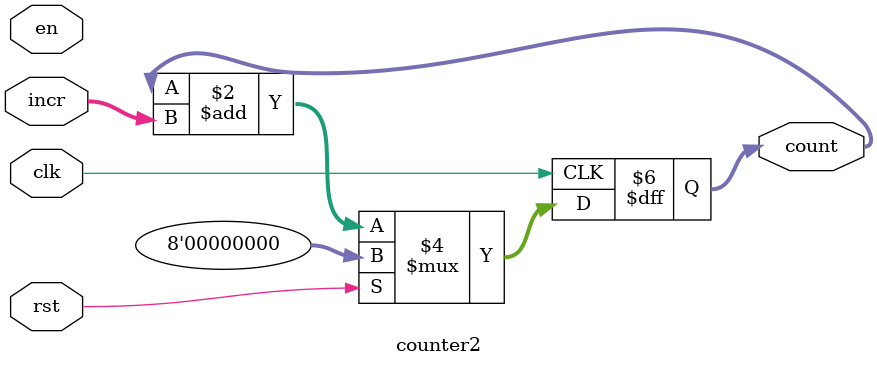
<source format=sv>
module counter2 #(
    parameter WIDTH = 8
)(
    // interface signals
    input   logic               clk,    // clock
    input   logic               rst,    // reset
    input   logic               en,     // counter enable
    input   logic   [WIDTH-1:0] incr,   // increment for tick
    output  logic   [WIDTH-1:0] count   // count output
);

always_ff @ (posedge clk)
    if (rst) count <= {WIDTH{1'b0}};
    else     count <= count + incr;
    // else statement counts upwards by concating a WIDTH - 1 of 0 bits to en
    // ie append 00000001 or 00000000 based on whether enable is HIGH
endmodule

</source>
